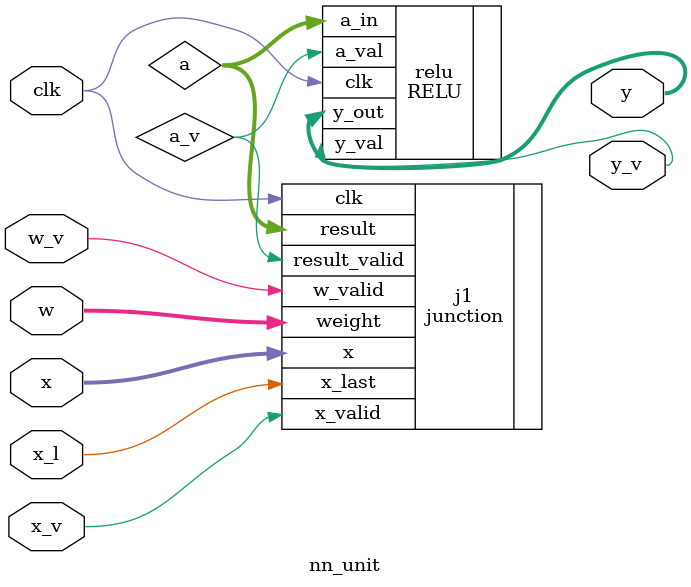
<source format=v>
`timescale 1ns / 1ps


module nn_unit(
clk,x,x_l,w,y,y_v,x_v,w_v
    );
    input [31:0] x;
    input clk;
    input [31:0]w;
    input x_l;
    input x_v;
    input w_v;
    
    output y_v;
    output [31:0]y;
    
    wire [31:0]a;
    wire a_v;
    junction j1(.x(x),.weight(w),.x_valid(x_v),.w_valid(w_v),.clk(clk),.result(a),.x_last(x_l),.result_valid(a_v));
    
    RELU relu(.clk(clk),.a_in(a),.a_val(a_v),.y_out(y),.y_val(y_v));
    
endmodule

</source>
